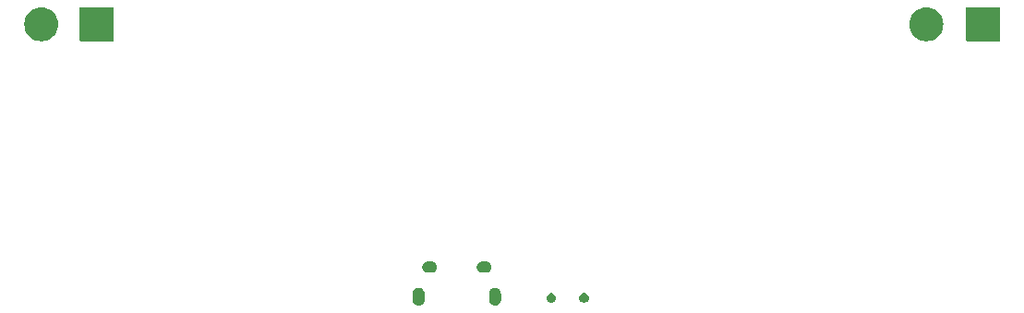
<source format=gbs>
G04 #@! TF.GenerationSoftware,KiCad,Pcbnew,7.0.2-0*
G04 #@! TF.CreationDate,2023-07-29T18:05:03-04:00*
G04 #@! TF.ProjectId,glowtie,676c6f77-7469-4652-9e6b-696361645f70,rev?*
G04 #@! TF.SameCoordinates,Original*
G04 #@! TF.FileFunction,Soldermask,Bot*
G04 #@! TF.FilePolarity,Negative*
%FSLAX46Y46*%
G04 Gerber Fmt 4.6, Leading zero omitted, Abs format (unit mm)*
G04 Created by KiCad (PCBNEW 7.0.2-0) date 2023-07-29 18:05:03*
%MOMM*%
%LPD*%
G01*
G04 APERTURE LIST*
G04 APERTURE END LIST*
G36*
X67674053Y-51459546D02*
G01*
X67731901Y-51463504D01*
X67748251Y-51469314D01*
X67762237Y-51471156D01*
X67815437Y-51493192D01*
X67873036Y-51513663D01*
X67884652Y-51521862D01*
X67894783Y-51526059D01*
X67942860Y-51562950D01*
X67995404Y-51600040D01*
X68002396Y-51608634D01*
X68008604Y-51613398D01*
X68047314Y-51663846D01*
X68089931Y-51716229D01*
X68093090Y-51723502D01*
X68095939Y-51727215D01*
X68121362Y-51788591D01*
X68149605Y-51853612D01*
X68150255Y-51858343D01*
X68150843Y-51859762D01*
X68159770Y-51927573D01*
X68170000Y-52002000D01*
X68170000Y-52552000D01*
X68164877Y-52626892D01*
X68155128Y-52661684D01*
X68150843Y-52694237D01*
X68135900Y-52730310D01*
X68124466Y-52771121D01*
X68107309Y-52799332D01*
X68095939Y-52826784D01*
X68070285Y-52860216D01*
X68046641Y-52899098D01*
X68024795Y-52919499D01*
X68008603Y-52940603D01*
X67972710Y-52968143D01*
X67937174Y-53001333D01*
X67913410Y-53013646D01*
X67894784Y-53027939D01*
X67850135Y-53046433D01*
X67804184Y-53070244D01*
X67781045Y-53075052D01*
X67762237Y-53082843D01*
X67711254Y-53089554D01*
X67657533Y-53100718D01*
X67637082Y-53099319D01*
X67620000Y-53101568D01*
X67565961Y-53094454D01*
X67508099Y-53090496D01*
X67491744Y-53084683D01*
X67477762Y-53082843D01*
X67424572Y-53060810D01*
X67366964Y-53040337D01*
X67355345Y-53032135D01*
X67345216Y-53027940D01*
X67297142Y-52991051D01*
X67244596Y-52953960D01*
X67237603Y-52945364D01*
X67231395Y-52940601D01*
X67192681Y-52890148D01*
X67150069Y-52837771D01*
X67146909Y-52830498D01*
X67144060Y-52826784D01*
X67118624Y-52765379D01*
X67090395Y-52700388D01*
X67089745Y-52695659D01*
X67089156Y-52694237D01*
X67080219Y-52626357D01*
X67070000Y-52552000D01*
X67070000Y-52002000D01*
X67075123Y-51927108D01*
X67084869Y-51892321D01*
X67089156Y-51859762D01*
X67104102Y-51823679D01*
X67115534Y-51782879D01*
X67132685Y-51754674D01*
X67144060Y-51727215D01*
X67169721Y-51693772D01*
X67193359Y-51654902D01*
X67215197Y-51634505D01*
X67231396Y-51613396D01*
X67267299Y-51585846D01*
X67302826Y-51552667D01*
X67326582Y-51540357D01*
X67345215Y-51526060D01*
X67389877Y-51507559D01*
X67435816Y-51483756D01*
X67458948Y-51478949D01*
X67477762Y-51471156D01*
X67528759Y-51464442D01*
X67582467Y-51453282D01*
X67602912Y-51454680D01*
X67620000Y-51452431D01*
X67674053Y-51459546D01*
G37*
G36*
X74674053Y-51459546D02*
G01*
X74731901Y-51463504D01*
X74748251Y-51469314D01*
X74762237Y-51471156D01*
X74815437Y-51493192D01*
X74873036Y-51513663D01*
X74884652Y-51521862D01*
X74894783Y-51526059D01*
X74942860Y-51562950D01*
X74995404Y-51600040D01*
X75002396Y-51608634D01*
X75008604Y-51613398D01*
X75047314Y-51663846D01*
X75089931Y-51716229D01*
X75093090Y-51723502D01*
X75095939Y-51727215D01*
X75121362Y-51788591D01*
X75149605Y-51853612D01*
X75150255Y-51858343D01*
X75150843Y-51859762D01*
X75159770Y-51927573D01*
X75170000Y-52002000D01*
X75170000Y-52552000D01*
X75164877Y-52626892D01*
X75155128Y-52661684D01*
X75150843Y-52694237D01*
X75135900Y-52730310D01*
X75124466Y-52771121D01*
X75107309Y-52799332D01*
X75095939Y-52826784D01*
X75070285Y-52860216D01*
X75046641Y-52899098D01*
X75024795Y-52919499D01*
X75008603Y-52940603D01*
X74972710Y-52968143D01*
X74937174Y-53001333D01*
X74913410Y-53013646D01*
X74894784Y-53027939D01*
X74850135Y-53046433D01*
X74804184Y-53070244D01*
X74781045Y-53075052D01*
X74762237Y-53082843D01*
X74711254Y-53089554D01*
X74657533Y-53100718D01*
X74637082Y-53099319D01*
X74620000Y-53101568D01*
X74565961Y-53094454D01*
X74508099Y-53090496D01*
X74491744Y-53084683D01*
X74477762Y-53082843D01*
X74424572Y-53060810D01*
X74366964Y-53040337D01*
X74355345Y-53032135D01*
X74345216Y-53027940D01*
X74297142Y-52991051D01*
X74244596Y-52953960D01*
X74237603Y-52945364D01*
X74231395Y-52940601D01*
X74192681Y-52890148D01*
X74150069Y-52837771D01*
X74146909Y-52830498D01*
X74144060Y-52826784D01*
X74118624Y-52765379D01*
X74090395Y-52700388D01*
X74089745Y-52695659D01*
X74089156Y-52694237D01*
X74080219Y-52626357D01*
X74070000Y-52552000D01*
X74070000Y-52002000D01*
X74075123Y-51927108D01*
X74084869Y-51892321D01*
X74089156Y-51859762D01*
X74104102Y-51823679D01*
X74115534Y-51782879D01*
X74132685Y-51754674D01*
X74144060Y-51727215D01*
X74169721Y-51693772D01*
X74193359Y-51654902D01*
X74215197Y-51634505D01*
X74231396Y-51613396D01*
X74267299Y-51585846D01*
X74302826Y-51552667D01*
X74326582Y-51540357D01*
X74345215Y-51526060D01*
X74389877Y-51507559D01*
X74435816Y-51483756D01*
X74458948Y-51478949D01*
X74477762Y-51471156D01*
X74528759Y-51464442D01*
X74582467Y-51453282D01*
X74602912Y-51454680D01*
X74620000Y-51452431D01*
X74674053Y-51459546D01*
G37*
G36*
X79966937Y-51990666D02*
G01*
X80074687Y-52059913D01*
X80158564Y-52156712D01*
X80211772Y-52273220D01*
X80230000Y-52400000D01*
X80211772Y-52526780D01*
X80158564Y-52643288D01*
X80074687Y-52740087D01*
X79966937Y-52809334D01*
X79844042Y-52845420D01*
X79715958Y-52845420D01*
X79593063Y-52809334D01*
X79485313Y-52740087D01*
X79401436Y-52643288D01*
X79348228Y-52526780D01*
X79330000Y-52400000D01*
X79348228Y-52273220D01*
X79401436Y-52156712D01*
X79485313Y-52059913D01*
X79593063Y-51990666D01*
X79715958Y-51954580D01*
X79844042Y-51954580D01*
X79966937Y-51990666D01*
G37*
G36*
X82966937Y-51990666D02*
G01*
X83074687Y-52059913D01*
X83158564Y-52156712D01*
X83211772Y-52273220D01*
X83230000Y-52400000D01*
X83211772Y-52526780D01*
X83158564Y-52643288D01*
X83074687Y-52740087D01*
X82966937Y-52809334D01*
X82844042Y-52845420D01*
X82715958Y-52845420D01*
X82593063Y-52809334D01*
X82485313Y-52740087D01*
X82401436Y-52643288D01*
X82348228Y-52526780D01*
X82330000Y-52400000D01*
X82348228Y-52273220D01*
X82401436Y-52156712D01*
X82485313Y-52059913D01*
X82593063Y-51990666D01*
X82715958Y-51954580D01*
X82844042Y-51954580D01*
X82966937Y-51990666D01*
G37*
G36*
X68841487Y-49056890D02*
G01*
X68874829Y-49066232D01*
X68905767Y-49070305D01*
X68940052Y-49084506D01*
X68979161Y-49095464D01*
X69006193Y-49111902D01*
X69032284Y-49122710D01*
X69064063Y-49147094D01*
X69101321Y-49169752D01*
X69120869Y-49190683D01*
X69140926Y-49206073D01*
X69167099Y-49240183D01*
X69198909Y-49274243D01*
X69210710Y-49297019D01*
X69224289Y-49314715D01*
X69241857Y-49357130D01*
X69264687Y-49401188D01*
X69269297Y-49423375D01*
X69276694Y-49441232D01*
X69283066Y-49489634D01*
X69293776Y-49541173D01*
X69292434Y-49560791D01*
X69294568Y-49577000D01*
X69287818Y-49628267D01*
X69284019Y-49683814D01*
X69278438Y-49699516D01*
X69276694Y-49712767D01*
X69255813Y-49763177D01*
X69236140Y-49818534D01*
X69228260Y-49829696D01*
X69224289Y-49839285D01*
X69189363Y-49884800D01*
X69153689Y-49935340D01*
X69145423Y-49942064D01*
X69140926Y-49947926D01*
X69093300Y-49984469D01*
X69042782Y-50025570D01*
X69035765Y-50028617D01*
X69032284Y-50031289D01*
X68974764Y-50055114D01*
X68911643Y-50082532D01*
X68907047Y-50083163D01*
X68905767Y-50083694D01*
X68844520Y-50091757D01*
X68770000Y-50102000D01*
X68766725Y-50102000D01*
X68473275Y-50102000D01*
X68470000Y-50102000D01*
X68398513Y-50097110D01*
X68365165Y-50087766D01*
X68334232Y-50083694D01*
X68299952Y-50069494D01*
X68260839Y-50058536D01*
X68233803Y-50042095D01*
X68207715Y-50031289D01*
X68175938Y-50006906D01*
X68138679Y-49984248D01*
X68119129Y-49963315D01*
X68099073Y-49947926D01*
X68072898Y-49913814D01*
X68041091Y-49879757D01*
X68029289Y-49856981D01*
X68015710Y-49839284D01*
X67998139Y-49796864D01*
X67975313Y-49752812D01*
X67970703Y-49730627D01*
X67963305Y-49712767D01*
X67956931Y-49664353D01*
X67946224Y-49612827D01*
X67947565Y-49593213D01*
X67945431Y-49577000D01*
X67952182Y-49525715D01*
X67955981Y-49470186D01*
X67961559Y-49454488D01*
X67963305Y-49441232D01*
X67984194Y-49390798D01*
X68003860Y-49335466D01*
X68011735Y-49324308D01*
X68015710Y-49314714D01*
X68050656Y-49269170D01*
X68086311Y-49218660D01*
X68094571Y-49211939D01*
X68099073Y-49206073D01*
X68146737Y-49169499D01*
X68197218Y-49128430D01*
X68204229Y-49125384D01*
X68207715Y-49122710D01*
X68265306Y-49098854D01*
X68328357Y-49071468D01*
X68332947Y-49070837D01*
X68334232Y-49070305D01*
X68395588Y-49062227D01*
X68470000Y-49052000D01*
X68770000Y-49052000D01*
X68841487Y-49056890D01*
G37*
G36*
X73841487Y-49056890D02*
G01*
X73874829Y-49066232D01*
X73905767Y-49070305D01*
X73940052Y-49084506D01*
X73979161Y-49095464D01*
X74006193Y-49111902D01*
X74032284Y-49122710D01*
X74064063Y-49147094D01*
X74101321Y-49169752D01*
X74120869Y-49190683D01*
X74140926Y-49206073D01*
X74167099Y-49240183D01*
X74198909Y-49274243D01*
X74210710Y-49297019D01*
X74224289Y-49314715D01*
X74241857Y-49357130D01*
X74264687Y-49401188D01*
X74269297Y-49423375D01*
X74276694Y-49441232D01*
X74283066Y-49489634D01*
X74293776Y-49541173D01*
X74292434Y-49560791D01*
X74294568Y-49577000D01*
X74287818Y-49628267D01*
X74284019Y-49683814D01*
X74278438Y-49699516D01*
X74276694Y-49712767D01*
X74255813Y-49763177D01*
X74236140Y-49818534D01*
X74228260Y-49829696D01*
X74224289Y-49839285D01*
X74189363Y-49884800D01*
X74153689Y-49935340D01*
X74145423Y-49942064D01*
X74140926Y-49947926D01*
X74093300Y-49984469D01*
X74042782Y-50025570D01*
X74035765Y-50028617D01*
X74032284Y-50031289D01*
X73974764Y-50055114D01*
X73911643Y-50082532D01*
X73907047Y-50083163D01*
X73905767Y-50083694D01*
X73844520Y-50091757D01*
X73770000Y-50102000D01*
X73766725Y-50102000D01*
X73473275Y-50102000D01*
X73470000Y-50102000D01*
X73398513Y-50097110D01*
X73365165Y-50087766D01*
X73334232Y-50083694D01*
X73299952Y-50069494D01*
X73260839Y-50058536D01*
X73233803Y-50042095D01*
X73207715Y-50031289D01*
X73175938Y-50006906D01*
X73138679Y-49984248D01*
X73119129Y-49963315D01*
X73099073Y-49947926D01*
X73072898Y-49913814D01*
X73041091Y-49879757D01*
X73029289Y-49856981D01*
X73015710Y-49839284D01*
X72998139Y-49796864D01*
X72975313Y-49752812D01*
X72970703Y-49730627D01*
X72963305Y-49712767D01*
X72956931Y-49664353D01*
X72946224Y-49612827D01*
X72947565Y-49593213D01*
X72945431Y-49577000D01*
X72952182Y-49525715D01*
X72955981Y-49470186D01*
X72961559Y-49454488D01*
X72963305Y-49441232D01*
X72984194Y-49390798D01*
X73003860Y-49335466D01*
X73011735Y-49324308D01*
X73015710Y-49314714D01*
X73050656Y-49269170D01*
X73086311Y-49218660D01*
X73094571Y-49211939D01*
X73099073Y-49206073D01*
X73146737Y-49169499D01*
X73197218Y-49128430D01*
X73204229Y-49125384D01*
X73207715Y-49122710D01*
X73265306Y-49098854D01*
X73328357Y-49071468D01*
X73332947Y-49070837D01*
X73334232Y-49070305D01*
X73395588Y-49062227D01*
X73470000Y-49052000D01*
X73770000Y-49052000D01*
X73841487Y-49056890D01*
G37*
G36*
X33262473Y-25774083D02*
G01*
X33498976Y-25830862D01*
X33723685Y-25923940D01*
X33931067Y-26051024D01*
X34116016Y-26208984D01*
X34273976Y-26393933D01*
X34401060Y-26601315D01*
X34494138Y-26826024D01*
X34550917Y-27062527D01*
X34570000Y-27305000D01*
X34550917Y-27547473D01*
X34494138Y-27783976D01*
X34401060Y-28008685D01*
X34273976Y-28216067D01*
X34116016Y-28401016D01*
X33931067Y-28558976D01*
X33723685Y-28686060D01*
X33498976Y-28779138D01*
X33262473Y-28835917D01*
X33020000Y-28855000D01*
X32777527Y-28835917D01*
X32541024Y-28779138D01*
X32316315Y-28686060D01*
X32108933Y-28558976D01*
X31923984Y-28401016D01*
X31766024Y-28216067D01*
X31638940Y-28008685D01*
X31545862Y-27783976D01*
X31489083Y-27547473D01*
X31470000Y-27305000D01*
X31489083Y-27062527D01*
X31545862Y-26826024D01*
X31638940Y-26601315D01*
X31766024Y-26393933D01*
X31923984Y-26208984D01*
X32108933Y-26051024D01*
X32316315Y-25923940D01*
X32541024Y-25830862D01*
X32777527Y-25774083D01*
X33020000Y-25755000D01*
X33262473Y-25774083D01*
G37*
G36*
X39619134Y-25758806D02*
G01*
X39635355Y-25769645D01*
X39646194Y-25785866D01*
X39650000Y-25805000D01*
X39650000Y-28805000D01*
X39646194Y-28824134D01*
X39635355Y-28840355D01*
X39619134Y-28851194D01*
X39600000Y-28855000D01*
X36600000Y-28855000D01*
X36580866Y-28851194D01*
X36564645Y-28840355D01*
X36553806Y-28824134D01*
X36550000Y-28805000D01*
X36550000Y-25805000D01*
X36553806Y-25785866D01*
X36564645Y-25769645D01*
X36580866Y-25758806D01*
X36600000Y-25755000D01*
X39600000Y-25755000D01*
X39619134Y-25758806D01*
G37*
G36*
X114415473Y-25774083D02*
G01*
X114651976Y-25830862D01*
X114876685Y-25923940D01*
X115084067Y-26051024D01*
X115269016Y-26208984D01*
X115426976Y-26393933D01*
X115554060Y-26601315D01*
X115647138Y-26826024D01*
X115703917Y-27062527D01*
X115723000Y-27305000D01*
X115703917Y-27547473D01*
X115647138Y-27783976D01*
X115554060Y-28008685D01*
X115426976Y-28216067D01*
X115269016Y-28401016D01*
X115084067Y-28558976D01*
X114876685Y-28686060D01*
X114651976Y-28779138D01*
X114415473Y-28835917D01*
X114173000Y-28855000D01*
X113930527Y-28835917D01*
X113694024Y-28779138D01*
X113469315Y-28686060D01*
X113261933Y-28558976D01*
X113076984Y-28401016D01*
X112919024Y-28216067D01*
X112791940Y-28008685D01*
X112698862Y-27783976D01*
X112642083Y-27547473D01*
X112623000Y-27305000D01*
X112642083Y-27062527D01*
X112698862Y-26826024D01*
X112791940Y-26601315D01*
X112919024Y-26393933D01*
X113076984Y-26208984D01*
X113261933Y-26051024D01*
X113469315Y-25923940D01*
X113694024Y-25830862D01*
X113930527Y-25774083D01*
X114173000Y-25755000D01*
X114415473Y-25774083D01*
G37*
G36*
X120899134Y-25758806D02*
G01*
X120915355Y-25769645D01*
X120926194Y-25785866D01*
X120930000Y-25805000D01*
X120930000Y-28805000D01*
X120926194Y-28824134D01*
X120915355Y-28840355D01*
X120899134Y-28851194D01*
X120880000Y-28855000D01*
X117880000Y-28855000D01*
X117860866Y-28851194D01*
X117844645Y-28840355D01*
X117833806Y-28824134D01*
X117830000Y-28805000D01*
X117830000Y-25805000D01*
X117833806Y-25785866D01*
X117844645Y-25769645D01*
X117860866Y-25758806D01*
X117880000Y-25755000D01*
X120880000Y-25755000D01*
X120899134Y-25758806D01*
G37*
M02*

</source>
